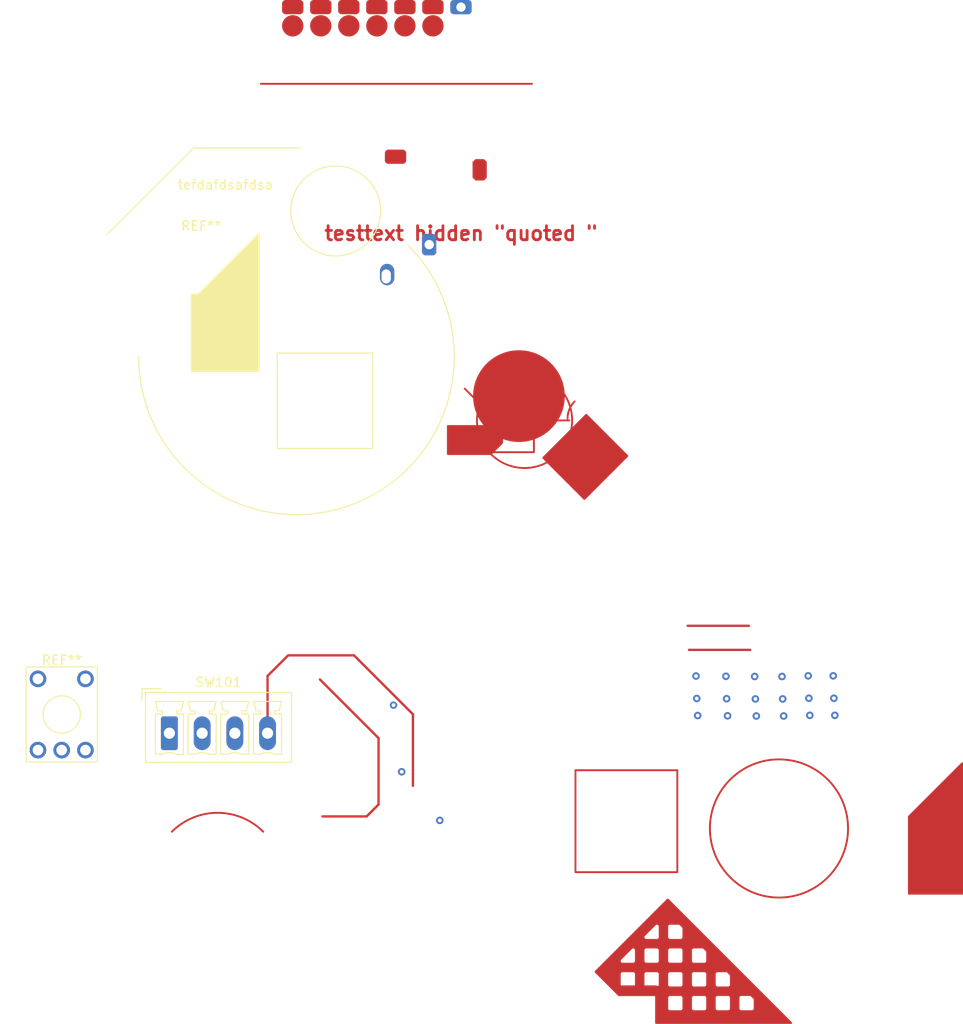
<source format=kicad_pcb>
(kicad_pcb (version 20211014) (generator pcbnew)
  (layers (0 "F.Cu" signal) (1 "In1.Cu" signal) (2 "In2.Cu" signal) (3 "In3.Cu" signal) (4 "In4.Cu" signal) (5 "In5.Cu" signal) (6 "In6.Cu" signal) (7 "In7.Cu" signal) (8 "In8.Cu" signal) (9 "In9.Cu" signal) (10 "In10.Cu" signal) (11 "In11.Cu" signal) (12 "In12.Cu" signal) (13 "In13.Cu" signal) (14 "In14.Cu" signal) (15 "In15.Cu" signal) (16 "In16.Cu" signal) (17 "In17.Cu" signal) (18 "In18.Cu" signal) (19 "In19.Cu" signal) (20 "In20.Cu" signal) (21 "In21.Cu" signal) (22 "In22.Cu" signal) (23 "In23.Cu" signal) (24 "In24.Cu" signal) (25 "In25.Cu" signal) (26 "In26.Cu" signal) (27 "In27.Cu" signal) (28 "In28.Cu" signal) (29 "In29.Cu" signal) (30 "In30.Cu" signal) (31 "B.Cu" signal) (34 "B.Paste" user) (35 "F.Paste" user) (36 "B.SilkS" user "B.Silkscreen") (37 "F.SilkS" user "F.Silkscreen") (38 "B.Mask" user) (39 "F.Mask" user) (44 "Edge.Cuts" user))
  (property "123456" "45641523")
  (property "test" "test test")
  (property "xdfa" "xdfadsf ")
  (net 0 "")
  (net 1 "/NET1")
  (net 4 "/HIER_LABEL")
  (footprint "test" (layer "F.Cu") (at 104.78 48.237399)
    (fp_text reference "REF**" (at 2.2 -0.6 unlocked) (layer "F.SilkS"))
    (fp_text value "test")
    (fp_text user "testtext hidden \"quoted \"" (at 30 0.2 unlocked) (layer "F.Cu") (effects (font (size 1.5 1.5) (thickness 0.3))))
    (fp_text user "tefdafdsafdsa" (at 4.8 -5 unlocked) (layer "F.SilkS"))
    (fp_line (start 8.6 -15.8) (end 37.6 -15.8) (layer "F.Cu") (width 0.2))
    (fp_line (start 1.4 -8.95) (end 12.8 -8.95) (layer "F.SilkS") (width 0.12))
    (fp_line (start -7.85 0.3) (end 1.4 -8.95) (layer "F.SilkS") (width 0.12))
    (fp_rect (start 10.35 23.2) (end 20.55 13) (layer "F.SilkS") (width 0.12) (fill none))
    (fp_arc (start 24.333985 1.466015) (mid 18.858626 28.992503) (end -4.477203 13.4) (layer "F.SilkS") (width 0.12))
    (fp_circle (center 16.6 -2.2) (end 20 -5.6) (layer "F.SilkS") (width 0.12) (fill none))
    (fp_poly (pts (xy 8.4 14.95) (xy 1.15 14.95) (xy 1.15 6.7) (xy 1.9 6.7) (xy 8.4 0.2)) (layer "F.SilkS") (width 0.12) (fill solid))
    (pad "" np_thru_hole roundrect (at 26.6 1.4 90) (size 2.286 1.524) (drill 1) (layers F&B.Cu *.Mask))
    (pad "1" smd roundrect (at 24 -24) (size 2.286 1.524) (property pad_prop_testpoint) (layers "F.Cu" "F.Paste" "F.Mask"))
    (pad "1" smd roundrect (at 27 -24) (size 2.286 1.524) (property pad_prop_heatsink) (layers "F.Cu" "F.Paste" "F.Mask"))
    (pad "1" smd circle (at 27 -22) (size 2.286 2.286) (property pad_prop_heatsink) (layers "F.Cu" "F.Paste" "F.Mask"))
    (pad "1" smd circle (at 24 -22) (size 2.286 2.286) (property pad_prop_testpoint) (layers "F.Cu" "F.Paste" "F.Mask"))
    (pad "1" smd circle (at 12 -22) (size 2.286 2.286) (layers "F.Cu" "F.Paste" "F.Mask"))
    (pad "1" smd roundrect (at 21 -24) (size 2.286 1.524) (property pad_prop_fiducial_glob) (layers "F.Cu" "F.Paste" "F.Mask"))
    (pad "1" smd circle (at 21 -22) (size 2.286 2.286) (property pad_prop_fiducial_glob) (layers "F.Cu" "F.Paste" "F.Mask"))
    (pad "1" smd roundrect (at 18 -24) (size 2.286 1.524) (property pad_prop_fiducial_loc) (layers "F.Cu" "F.Paste" "F.Mask"))
    (pad "1" smd roundrect (at 23 -8) (size 2.286 1.524) (layers "F.Cu" "F.Paste" "F.Mask"))
    (pad "1" smd circle (at 18 -22) (size 2.286 2.286) (property pad_prop_fiducial_loc) (layers "F.Cu" "F.Paste" "F.Mask"))
    (pad "1" smd roundrect (at 15 -24) (size 2.286 1.524) (property pad_prop_bga) (layers "F.Cu" "F.Paste" "F.Mask"))
    (pad "1" smd roundrect (at 12 -24) (size 2.286 1.524) (layers "F.Cu" "F.Paste" "F.Mask"))
    (pad "1" smd circle (at 15 -22) (size 2.286 2.286) (property pad_prop_bga) (layers "F.Cu" "F.Paste" "F.Mask"))
    (pad "2" thru_hole oval (at 22 4.8 90) (size 2.286 1.524) (drill oval 1.5 1 (offset 0.2 0.1)) (property pad_prop_castellated) (layers *.Cu *.Mask))
    (pad "3" connect custom (at 35 19.8) (size 1.524 1.524) (layers "F.Cu" "F.Mask") (clearance 1) (thermal_gap 1) (options (clearance convexhull) (anchor circle)) (primitives (gr_circle (center 1.2 -2.2) (end 6.008326 -2.2) (width 0.2) (fill yes)) (gr_rect (start -1.8 3.8) (end 2.8 -0.8) (width 0.2)) (gr_line (start 2.2 0.4) (end 6.6 0.4) (width 0.2)) (gr_circle (center 1.8 0.4) (end 6.891169 0.4) (width 0.2)) (gr_poly (pts (xy 12.8 4.2) (xy 8.2 8.8) (xy 3.8 4.4) (xy 8.4 -0.2)) (width 0.2) (fill yes)) (gr_arc (start 6.4 0.2) (mid 6.59618 -0.790783) (end 7.155115 -1.632049) (width 0.2)) (gr_line (start -1.6 0) (end -4.6 -3) (width 0.2)) (gr_poly (pts (xy -0.6 2.8) (xy -1.8 4) (xy -6.4 4) (xy -6.4 1) (xy -0.6 1)) (width 0.2) (fill yes)) (gr_poly (pts (xy 0.870847 -0.746121) (xy 0.983248 -0.691178) (xy 1.071791 -0.602789) (xy 1.12693 -0.490484) (xy 1.143 -0.381) (xy 1.143 0.381) (xy 1.127121 0.489847) (xy 1.072178 0.602248) (xy 0.983789 0.690791) (xy 0.871484 0.74593) (xy 0.762 0.762) (xy -0.762 0.762) (xy -0.870847 0.746121) (xy -0.983248 0.691178) (xy -1.071791 0.602789) (xy -1.12693 0.490484) (xy -1.143 0.381) (xy -1.143 -0.381) (xy -1.127121 -0.489847) (xy -1.072178 -0.602248) (xy -0.983789 -0.690791) (xy -0.871484 -0.74593) (xy -0.762 -0.762) (xy 0.762 -0.762)) (width 0) (fill yes))))
    (pad "4" smd roundrect (at 32 -6.6 90) (size 2.286 1.524) (layers "F.Cu" "F.Paste" "F.Mask") (roundrect_rratio 0) (chamfer_ratio 0.2) (chamfer top_left top_right bottom_left bottom_right))
    (pad "5" thru_hole roundrect (at 30 -24) (size 2.286 1.524) (drill 1) (property pad_prop_castellated) (layers *.Cu *.Mask))
  )
  (footprint "Connector_Phoenix_MC:PhoenixContact_MCV_1,5_4-G-3.5_1x04_P3.50mm_Vertical" (layer "F.Cu") (at 103.5875 101.8875)
    (fp_text reference "SW101" (at 5.25 -5.45) (layer "F.SilkS"))
    (fp_text value "SW_Coded")
    (fp_line (start 5.75 -2.4) (end 5.5 -3.4) (layer "F.SilkS") (width 0.12))
    (fp_line (start 6.25 -2.05) (end 6.25 -2.4) (layer "F.SilkS") (width 0.12))
    (fp_line (start 12 -3.4) (end 11.75 -2.4) (layer "F.SilkS") (width 0.12))
    (fp_line (start -1.5 -2.05) (end -0.75 -2.05) (layer "F.SilkS") (width 0.12))
    (fp_line (start 4.25 -2.05) (end 5 -2.05) (layer "F.SilkS") (width 0.12))
    (fp_line (start 9 -2.05) (end 9.75 -2.05) (layer "F.SilkS") (width 0.12))
    (fp_line (start -0.75 2.25) (end -1.5 2.25) (layer "F.SilkS") (width 0.12))
    (fp_line (start 5.5 -3.4) (end 8.5 -3.4) (layer "F.SilkS") (width 0.12))
    (fp_line (start 12 2.25) (end 11.25 2.25) (layer "F.SilkS") (width 0.12))
    (fp_line (start 1.5 -2.05) (end 1.5 2.25) (layer "F.SilkS") (width 0.12))
    (fp_line (start 2 -3.4) (end 5 -3.4) (layer "F.SilkS") (width 0.12))
    (fp_line (start 7.75 -2.05) (end 8.5 -2.05) (layer "F.SilkS") (width 0.12))
    (fp_line (start 4.75 -2.4) (end 4.25 -2.4) (layer "F.SilkS") (width 0.12))
    (fp_line (start 2.25 -2.4) (end 2 -3.4) (layer "F.SilkS") (width 0.12))
    (fp_line (start 2.75 -2.05) (end 2.75 -2.4) (layer "F.SilkS") (width 0.12))
    (fp_line (start 0.75 -2.05) (end 1.5 -2.05) (layer "F.SilkS") (width 0.12))
    (fp_line (start 2.75 2.25) (end 2 2.25) (layer "F.SilkS") (width 0.12))
    (fp_line (start 8.5 -3.4) (end 8.25 -2.4) (layer "F.SilkS") (width 0.12))
    (fp_line (start -1.5 2.25) (end -1.5 -2.05) (layer "F.SilkS") (width 0.12))
    (fp_line (start 2 2.25) (end 2 -2.05) (layer "F.SilkS") (width 0.12))
    (fp_line (start 0.75 -2.4) (end 0.75 -2.05) (layer "F.SilkS") (width 0.12))
    (fp_line (start 1.5 2.25) (end 0.75 2.25) (layer "F.SilkS") (width 0.12))
    (fp_line (start -2.56 3.11) (end 13.06 3.11) (layer "F.SilkS") (width 0.12))
    (fp_line (start -2.95 -4.75) (end -0.95 -4.75) (layer "F.SilkS") (width 0.12))
    (fp_line (start 1.5 -3.4) (end 1.25 -2.4) (layer "F.SilkS") (width 0.12))
    (fp_line (start 5.5 -2.05) (end 6.25 -2.05) (layer "F.SilkS") (width 0.12))
    (fp_line (start 8.5 -2.05) (end 8.5 2.25) (layer "F.SilkS") (width 0.12))
    (fp_line (start -0.75 -2.4) (end -1.25 -2.4) (layer "F.SilkS") (width 0.12))
    (fp_line (start 5.5 2.25) (end 5.5 -2.05) (layer "F.SilkS") (width 0.12))
    (fp_line (start -2.56 -4.36) (end -2.56 3.11) (layer "F.SilkS") (width 0.12))
    (fp_line (start 6.25 -2.4) (end 5.75 -2.4) (layer "F.SilkS") (width 0.12))
    (fp_line (start 11.75 -2.4) (end 11.25 -2.4) (layer "F.SilkS") (width 0.12))
    (fp_line (start 9.25 -2.4) (end 9 -3.4) (layer "F.SilkS") (width 0.12))
    (fp_line (start 7.75 -2.4) (end 7.75 -2.05) (layer "F.SilkS") (width 0.12))
    (fp_line (start 13.06 3.11) (end 13.06 -4.36) (layer "F.SilkS") (width 0.12))
    (fp_line (start -1.5 -3.4) (end 1.5 -3.4) (layer "F.SilkS") (width 0.12))
    (fp_line (start 9 2.25) (end 9 -2.05) (layer "F.SilkS") (width 0.12))
    (fp_line (start 5 2.25) (end 4.25 2.25) (layer "F.SilkS") (width 0.12))
    (fp_line (start 1.25 -2.4) (end 0.75 -2.4) (layer "F.SilkS") (width 0.12))
    (fp_line (start 11.25 -2.05) (end 12 -2.05) (layer "F.SilkS") (width 0.12))
    (fp_line (start 8.25 -2.4) (end 7.75 -2.4) (layer "F.SilkS") (width 0.12))
    (fp_line (start -0.75 -2.05) (end -0.75 -2.4) (layer "F.SilkS") (width 0.12))
    (fp_line (start 5 -2.05) (end 5 2.25) (layer "F.SilkS") (width 0.12))
    (fp_line (start 4.25 -2.4) (end 4.25 -2.05) (layer "F.SilkS") (width 0.12))
    (fp_line (start -1.25 -2.4) (end -1.5 -3.4) (layer "F.SilkS") (width 0.12))
    (fp_line (start 12 -2.05) (end 12 2.25) (layer "F.SilkS") (width 0.12))
    (fp_line (start 2 -2.05) (end 2.75 -2.05) (layer "F.SilkS") (width 0.12))
    (fp_line (start 11.25 -2.4) (end 11.25 -2.05) (layer "F.SilkS") (width 0.12))
    (fp_line (start 2.75 -2.4) (end 2.25 -2.4) (layer "F.SilkS") (width 0.12))
    (fp_line (start 9.75 -2.4) (end 9.25 -2.4) (layer "F.SilkS") (width 0.12))
    (fp_line (start 5 -3.4) (end 4.75 -2.4) (layer "F.SilkS") (width 0.12))
    (fp_line (start 9.75 -2.05) (end 9.75 -2.4) (layer "F.SilkS") (width 0.12))
    (fp_line (start 6.25 2.25) (end 5.5 2.25) (layer "F.SilkS") (width 0.12))
    (fp_line (start 9 -3.4) (end 12 -3.4) (layer "F.SilkS") (width 0.12))
    (fp_line (start 13.06 -4.36) (end -2.56 -4.36) (layer "F.SilkS") (width 0.12))
    (fp_line (start -2.95 -3.5) (end -2.95 -4.75) (layer "F.SilkS") (width 0.12))
    (fp_line (start 9.75 2.25) (end 9 2.25) (layer "F.SilkS") (width 0.12))
    (fp_line (start 8.5 2.25) (end 7.75 2.25) (layer "F.SilkS") (width 0.12))
    (fp_arc (start 6.25 2.25) (mid 6.999807 2.09191) (end 7.749647 2.249844) (layer "F.SilkS") (width 0.12))
    (fp_arc (start 2.75 2.25) (mid 3.499807 2.09191) (end 4.249647 2.249844) (layer "F.SilkS") (width 0.12))
    (fp_arc (start 9.75 2.25) (mid 10.499807 2.09191) (end 11.249647 2.249844) (layer "F.SilkS") (width 0.12))
    (fp_arc (start -0.75 2.25) (mid -0.000193 2.09191) (end 0.749647 2.249844) (layer "F.SilkS") (width 0.12))
    (pad "1" thru_hole roundrect locked (at 0 0) (size 1.8 3.6) (drill 1.2) (layers *.Cu *.Mask) (roundrect_rratio 0.1388888889) (net 1 "/NET1"))
    (pad "2" thru_hole oval locked (at 3.5 0) (size 1.8 3.6) (drill 1.2) (layers *.Cu *.Mask))
    (pad "3" thru_hole oval locked (at 7 0) (size 1.8 3.6) (drill 1.2) (layers *.Cu *.Mask))
    (pad "4" thru_hole oval locked (at 10.5 0) (size 1.8 3.6) (drill 1.2) (layers *.Cu *.Mask) (net 4 "/HIER_LABEL"))
  )
  (footprint "Button_Switch_THT:KSA_Tactile_SPST" (layer "F.Cu") (at 89.525 96.075)
    (fp_text reference "REF**" (at 2.54 -2) (layer "F.SilkS"))
    (fp_text value "KSA_Tactile_SPST")
    (fp_line (start 6.35 8.89) (end 6.35 -1.27) (layer "F.SilkS") (width 0.12))
    (fp_line (start -1.27 -1.27) (end 6.35 -1.27) (layer "F.SilkS") (width 0.12))
    (fp_line (start -1.27 -1.27) (end -1.27 8.89) (layer "F.SilkS") (width 0.12))
    (fp_line (start -1.27 8.89) (end 6.35 8.89) (layer "F.SilkS") (width 0.12))
    (fp_circle (center 2.54 3.81) (end 0.54 3.81) (layer "F.SilkS") (width 0.12) (fill none))
    (pad "1" thru_hole circle locked (at 0 0) (size 1.778 1.778) (drill 1.143) (layers *.Cu *.Mask))
    (pad "2" thru_hole circle locked (at 5.08 0) (size 1.778 1.778) (drill 1.143) (layers *.Cu *.Mask))
    (pad "3" thru_hole circle locked (at 5.08 7.62) (size 1.778 1.778) (drill 1.143) (layers *.Cu *.Mask))
    (pad "4" thru_hole circle locked (at 2.54 7.62) (size 1.778 1.778) (drill 1.143) (layers *.Cu *.Mask))
    (pad "5" thru_hole circle locked (at 0 7.62) (size 1.778 1.778) (drill 1.143) (layers *.Cu *.Mask))
  )
  (gr_rect locked (start 147.025 116.75) (end 157.925 105.85) (layer "F.Cu") (width 0.2) (fill none))
  (gr_poly locked (pts (xy 188.4 119.05) (xy 182.7 119.05) (xy 182.7 110.8) (xy 188.4 105.1)) (layer "F.Cu") (width 0.2) (fill solid))
  (gr_circle locked (center 168.8 112.075) (end 174.025 106.85) (layer "F.Cu") (width 0.2) (fill none))
  (gr_arc (start 103.852782 112.425) (mid 108.738891 110.401107) (end 113.625 112.425) (layer "F.Cu") (width 0.2))
  (segment (start 124.6875 110.7875) (end 125.9625 109.5125) (width 0.25) (layer "F.Cu") (net 0))
  (segment (start 159.025 90.4) (end 165.575 90.4) (width 0.25) (layer "F.Cu") (net 0))
  (segment (start 125.9625 109.5125) (end 125.9625 102.4125) (width 0.25) (layer "F.Cu") (net 0))
  (segment locked (start 159.175 92.975) (end 165.725 92.975) (width 0.25) (layer "F.Cu") (net 0))
  (segment (start 119.9625 110.7875) (end 124.6875 110.7875) (width 0.25) (layer "F.Cu") (net 0))
  (segment (start 125.9625 102.4125) (end 119.6875 96.1375) (width 0.25) (layer "F.Cu") (net 0))
  (via (at 132.5125 111.2125) (size 0.8) (drill 0.4) (layers "F.Cu" "B.Cu") (net 0))
  (via blind (at 172 98.15) (size 0.8) (drill 0.4) (layers "F.Cu" "B.Cu") (net 0))
  (via micro (at 169.3 100.05) (size 0.8) (drill 0.4) (layers "F.Cu" "B.Cu") (net 0))
  (via locked (at 163.125 95.8) (size 0.8) (drill 0.4) (layers "F.Cu" "B.Cu") (net 0))
  (via (at 159.925 95.775) (size 0.8) (drill 0.4) (layers "F.Cu" "B.Cu") (net 0))
  (via micro (at 160.1 100) (size 0.8) (drill 0.4) (layers "F.Cu" "B.Cu") (net 0))
  (via micro (at 163.3 100.025) (size 0.8) (drill 0.4) (layers "F.Cu" "B.Cu") (net 0))
  (via (at 171.925 95.75) (size 0.8) (drill 0.4) (layers "F.Cu" "B.Cu") (net 0))
  (via blind (at 163.2 98.2) (size 0.8) (drill 0.4) (layers "F.Cu" "B.Cu") (net 0))
  (via blind (at 166.275 98.225) (size 0.8) (drill 0.4) (layers "F.Cu" "B.Cu") (net 0))
  (via blind (at 169.2 98.225) (size 0.8) (drill 0.4) (layers "F.Cu" "B.Cu") (net 0))
  (via blind (at 160 98.175) (size 0.8) (drill 0.4) (layers "F.Cu" "B.Cu") (net 0))
  (via micro (at 172.1 99.975) (size 0.8) (drill 0.4) (layers "F.Cu" "B.Cu") (net 0))
  (via blind locked (at 128.4375 106.0125) (size 0.8) (drill 0.4) (layers "F.Cu" "B.Cu") (net 0))
  (via locked (at 174.6 95.75) (size 0.8) (drill 0.4) (layers "F.Cu" "B.Cu") (net 0))
  (via blind (at 174.675 98.15) (size 0.8) (drill 0.4) (layers "F.Cu" "B.Cu") (net 0))
  (via locked (at 169.125 95.825) (size 0.8) (drill 0.4) (layers "F.Cu" "B.Cu") (net 0))
  (via micro (at 166.375 100.05) (size 0.8) (drill 0.4) (layers "F.Cu" "B.Cu") (net 0))
  (via (at 166.2 95.825) (size 0.8) (drill 0.4) (layers "F.Cu" "B.Cu") (net 0))
  (via micro (at 174.775 99.975) (size 0.8) (drill 0.4) (layers "F.Cu" "B.Cu") (net 0))
  (via micro (at 127.5625 98.8875) (size 0.8) (drill 0.4) (layers "In1.Cu" "B.Cu") (net 0))
  (segment (start 129.6375 99.8625) (end 129.6375 107.5125) (width 0.25) (layer "F.Cu") (net 4))
  (segment (start 114.0875 101.8875) (end 114.0875 95.7625) (width 0.25) (layer "F.Cu") (net 4))
  (segment (start 116.2875 93.5625) (end 123.3375 93.5625) (width 0.25) (layer "F.Cu") (net 4))
  (segment (start 114.0875 95.7625) (end 116.2875 93.5625) (width 0.25) (layer "F.Cu") (net 4))
  (segment (start 123.3375 93.5625) (end 129.6375 99.8625) (width 0.25) (layer "F.Cu") (net 4))
  (zone locked (net 4) (net_name "/HIER_LABEL") (layers "F.Cu" "In18.Cu" "In21.Cu") (name "test") (priority 2) (connect_pads (clearance 0.508)) (min_thickness 0.254) (fill yes (mode hatch) (thermal_gap 0.508) (thermal_bridge_width 0.508) (smoothing chamfer) (island_removal_mode 2) (island_area_min 1) (hatch_thickness 1.016) (hatch_gap 1.524) (hatch_orientation 0) (hatch_smoothing_level 1) (hatch_smoothing_value 0.1) (hatch_border_algorithm hatch_thickness) (hatch_min_hole_area 0.3))
    (polygon (pts (xy 170.375 133) (xy 155.55 133) (xy 155.55 130) (xy 146.425 130) (xy 156.9 119.525)))
  )
  (zone locked (net 0) (net_name "") (layer "F.Cu") (name "asdf") (connect_pads (clearance 0)) (min_thickness 0.254)
    (keepout (tracks not_allowed) (vias not_allowed) (pads not_allowed) (copperpour not_allowed) (footprints not_allowed))
    (fill (thermal_gap 0.508) (thermal_bridge_width 0.508))
    (polygon (pts (xy 154.05 132.425) (xy 141.925 132.425) (xy 141.925 128.325) (xy 128.25 128.325) (xy 139.1 117.475)))
  )
)
</source>
